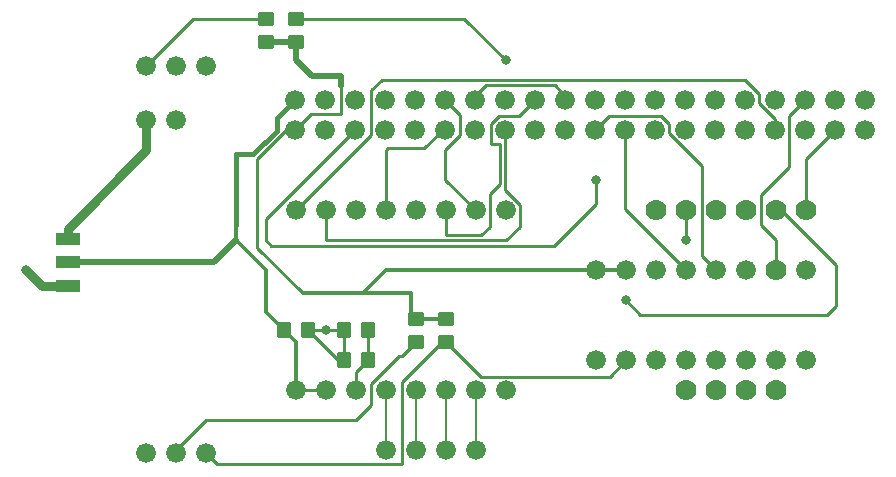
<source format=gbr>
%TF.GenerationSoftware,KiCad,Pcbnew,(6.0.7-1)-1*%
%TF.CreationDate,2022-09-05T19:59:37-07:00*%
%TF.ProjectId,KamiPCBv2,4b616d69-5043-4427-9632-2e6b69636164,rev?*%
%TF.SameCoordinates,Original*%
%TF.FileFunction,Copper,L1,Top*%
%TF.FilePolarity,Positive*%
%FSLAX46Y46*%
G04 Gerber Fmt 4.6, Leading zero omitted, Abs format (unit mm)*
G04 Created by KiCad (PCBNEW (6.0.7-1)-1) date 2022-09-05 19:59:37*
%MOMM*%
%LPD*%
G01*
G04 APERTURE LIST*
G04 Aperture macros list*
%AMRoundRect*
0 Rectangle with rounded corners*
0 $1 Rounding radius*
0 $2 $3 $4 $5 $6 $7 $8 $9 X,Y pos of 4 corners*
0 Add a 4 corners polygon primitive as box body*
4,1,4,$2,$3,$4,$5,$6,$7,$8,$9,$2,$3,0*
0 Add four circle primitives for the rounded corners*
1,1,$1+$1,$2,$3*
1,1,$1+$1,$4,$5*
1,1,$1+$1,$6,$7*
1,1,$1+$1,$8,$9*
0 Add four rect primitives between the rounded corners*
20,1,$1+$1,$2,$3,$4,$5,0*
20,1,$1+$1,$4,$5,$6,$7,0*
20,1,$1+$1,$6,$7,$8,$9,0*
20,1,$1+$1,$8,$9,$2,$3,0*%
G04 Aperture macros list end*
%TA.AperFunction,SMDPad,CuDef*%
%ADD10R,2.000000X1.000000*%
%TD*%
%TA.AperFunction,ComponentPad*%
%ADD11C,1.778000*%
%TD*%
%TA.AperFunction,ComponentPad*%
%ADD12C,1.676400*%
%TD*%
%TA.AperFunction,SMDPad,CuDef*%
%ADD13RoundRect,0.250000X-0.350000X-0.450000X0.350000X-0.450000X0.350000X0.450000X-0.350000X0.450000X0*%
%TD*%
%TA.AperFunction,SMDPad,CuDef*%
%ADD14RoundRect,0.250000X-0.450000X0.350000X-0.450000X-0.350000X0.450000X-0.350000X0.450000X0.350000X0*%
%TD*%
%TA.AperFunction,SMDPad,CuDef*%
%ADD15RoundRect,0.250000X0.450000X-0.350000X0.450000X0.350000X-0.450000X0.350000X-0.450000X-0.350000X0*%
%TD*%
%TA.AperFunction,ViaPad*%
%ADD16C,0.800000*%
%TD*%
%TA.AperFunction,Conductor*%
%ADD17C,0.750000*%
%TD*%
%TA.AperFunction,Conductor*%
%ADD18C,0.500000*%
%TD*%
%TA.AperFunction,Conductor*%
%ADD19C,0.350000*%
%TD*%
%TA.AperFunction,Conductor*%
%ADD20C,0.406400*%
%TD*%
%TA.AperFunction,Conductor*%
%ADD21C,0.250000*%
%TD*%
%TA.AperFunction,Conductor*%
%ADD22C,0.254000*%
%TD*%
%TA.AperFunction,Conductor*%
%ADD23C,0.200000*%
%TD*%
G04 APERTURE END LIST*
D10*
%TO.P,,*%
%TO.N,CHRGR*%
X105140000Y-104000000D03*
%TO.N,Batt+*%
X105140000Y-108000000D03*
%TO.N,5.0V*%
X105140000Y-106000000D03*
%TD*%
D11*
%TO.P,,2*%
%TO.N,N/C*%
X160020000Y-116840000D03*
%TD*%
%TO.P,,4*%
%TO.N,N/C*%
X165100000Y-116840000D03*
%TD*%
D12*
%TO.P,,*%
%TO.N,CH0*%
X149860000Y-114300000D03*
%TD*%
%TO.P,,11*%
%TO.N,GPIO24*%
X137160000Y-101600000D03*
%TD*%
D13*
%TO.P,,*%
%TO.N,CH0*%
X125460000Y-111760000D03*
%TO.N,5.0V*%
X123460000Y-111760000D03*
%TD*%
D12*
%TO.P,,13*%
%TO.N,GPIO17*%
X132080000Y-101600000D03*
%TD*%
D14*
%TO.P,,*%
%TO.N,CH2*%
X124460000Y-85360000D03*
%TO.N,3.3V*%
X124460000Y-87360000D03*
%TD*%
D12*
%TO.P,,*%
%TO.N,CH1*%
X152400000Y-114300000D03*
%TD*%
%TO.P,,*%
%TO.N,3.3V*%
X149860000Y-106680000D03*
%TD*%
D11*
%TO.P,,*%
%TO.N,GPIO16*%
X165100000Y-106680000D03*
%TD*%
D12*
%TO.P,,*%
%TO.N,CH2*%
X114300000Y-89360000D03*
%TD*%
%TO.P,,*%
%TO.N,CH2*%
X154940000Y-114300000D03*
%TD*%
%TO.P,,*%
%TO.N,M2+*%
X137160000Y-116840000D03*
%TD*%
%TO.P,,CH3*%
%TO.N,N/C*%
X157480000Y-114300000D03*
%TD*%
%TO.P,,6*%
%TO.N,GND*%
X129540000Y-116840000D03*
%TD*%
%TO.P,RPI1,1*%
%TO.N,3.3V*%
X124370757Y-94773271D03*
%TO.P,RPI1,2*%
%TO.N,5.0V*%
X124370757Y-92233271D03*
%TO.P,RPI1,3*%
%TO.N,SDA*%
X126910757Y-94773271D03*
%TO.P,RPI1,4*%
%TO.N,5.0V*%
X126910757Y-92233271D03*
%TO.P,RPI1,5*%
%TO.N,SCL*%
X129450757Y-94773271D03*
%TO.P,RPI1,6*%
%TO.N,GND*%
X129450757Y-92233271D03*
%TO.P,RPI1,7*%
%TO.N,GPIO4*%
X131990757Y-94773271D03*
%TO.P,RPI1,8*%
%TO.N,TXD*%
X131990757Y-92233271D03*
%TO.P,RPI1,9*%
%TO.N,GND*%
X134530757Y-94773271D03*
%TO.P,RPI1,10*%
%TO.N,RXD*%
X134530757Y-92233271D03*
%TO.P,RPI1,11*%
%TO.N,GPIO17*%
X137070757Y-94773271D03*
%TO.P,RPI1,12*%
%TO.N,GPIO18*%
X137070757Y-92233271D03*
%TO.P,RPI1,13*%
%TO.N,GPIO27*%
X139610757Y-94773271D03*
%TO.P,RPI1,14*%
%TO.N,GND*%
X139610757Y-92233271D03*
%TO.P,RPI1,15*%
%TO.N,GPIO22*%
X142150757Y-94773271D03*
%TO.P,RPI1,16*%
%TO.N,GPIO23*%
X142150757Y-92233271D03*
%TO.P,RPI1,17*%
%TO.N,3.3V*%
X144690757Y-94773271D03*
%TO.P,RPI1,18*%
%TO.N,GPIO24*%
X144690757Y-92233271D03*
%TO.P,RPI1,19*%
%TO.N,SPI_MOSI*%
X147230757Y-94773271D03*
%TO.P,RPI1,20*%
%TO.N,GND*%
X147230757Y-92233271D03*
%TO.P,RPI1,21*%
%TO.N,SPI_MISO*%
X149770757Y-94773271D03*
%TO.P,RPI1,22*%
%TO.N,GPIO25*%
X149770757Y-92233271D03*
%TO.P,RPI1,23*%
%TO.N,SPI_SCLK*%
X152310757Y-94773271D03*
%TO.P,RPI1,24*%
%TO.N,SPI_CE0*%
X152310757Y-92233271D03*
%TO.P,RPI1,25*%
%TO.N,GND*%
X154850757Y-94773271D03*
%TO.P,RPI1,26*%
%TO.N,SPI_CE1*%
X154850757Y-92233271D03*
%TO.P,RPI1,27*%
%TO.N,EEDATA*%
X157390757Y-94773271D03*
%TO.P,RPI1,28*%
%TO.N,EECLK*%
X157390757Y-92233271D03*
%TO.P,RPI1,29*%
%TO.N,GPIO5*%
X159930757Y-94773271D03*
%TO.P,RPI1,30*%
%TO.N,GND*%
X159930757Y-92233271D03*
%TO.P,RPI1,31*%
%TO.N,GPIO6*%
X162470757Y-94773271D03*
%TO.P,RPI1,32*%
%TO.N,GPIO12*%
X162470757Y-92233271D03*
%TO.P,RPI1,33*%
%TO.N,GPIO13*%
X165010757Y-94773271D03*
%TO.P,RPI1,34*%
%TO.N,GND*%
X165010757Y-92233271D03*
%TO.P,RPI1,35*%
%TO.N,GPIO19*%
X167550757Y-94773271D03*
%TO.P,RPI1,36*%
%TO.N,GPIO16*%
X167550757Y-92233271D03*
%TO.P,RPI1,37*%
%TO.N,GPIO26*%
X170090757Y-94773271D03*
%TO.P,RPI1,38*%
%TO.N,GPIO20*%
X170090757Y-92233271D03*
%TO.P,RPI1,39*%
%TO.N,GND*%
X172630757Y-94773271D03*
%TO.P,RPI1,40*%
%TO.N,GPIO21*%
X172630757Y-92233271D03*
%TD*%
%TO.P,,*%
%TO.N,M2+*%
X137160000Y-121920000D03*
%TD*%
%TO.P,,*%
%TO.N,M1-*%
X134620000Y-121920000D03*
%TD*%
%TO.P,,15*%
%TO.N,GPIO22*%
X127000000Y-101600000D03*
%TD*%
%TO.P,,8*%
%TO.N,5.0V*%
X124460000Y-116840000D03*
%TD*%
%TO.P,,14*%
%TO.N,GPIO27*%
X129540000Y-101600000D03*
%TD*%
%TO.P,,*%
%TO.N,GND*%
X167640000Y-106680000D03*
%TD*%
%TO.P,,*%
%TO.N,AN2*%
X111760000Y-89360000D03*
%TD*%
%TO.P,,*%
%TO.N,GND*%
X154940000Y-106680000D03*
%TD*%
D13*
%TO.P,,*%
%TO.N,CH0*%
X128540000Y-111760000D03*
%TO.N,GND*%
X130540000Y-111760000D03*
%TD*%
D15*
%TO.P,,*%
%TO.N,AN1*%
X134620000Y-112760000D03*
%TO.N,3.3V*%
X134620000Y-110760000D03*
%TD*%
D12*
%TO.P,,*%
%TO.N,M2-*%
X139700000Y-121920000D03*
%TD*%
%TO.P,,*%
%TO.N,CHRGR*%
X111760000Y-93980000D03*
%TD*%
%TO.P,,10*%
%TO.N,GPIO18*%
X139700000Y-101600000D03*
%TD*%
%TO.P,,16*%
%TO.N,GPIO13*%
X124460000Y-101600000D03*
%TD*%
%TO.P,,CH6*%
%TO.N,N/C*%
X165100000Y-114300000D03*
%TD*%
%TO.P,,*%
%TO.N,SPI_MISO*%
X160020000Y-106680000D03*
%TD*%
%TO.P,,*%
%TO.N,AN1*%
X114300000Y-122180029D03*
%TD*%
%TO.P,,*%
%TO.N,GND*%
X111760000Y-122180029D03*
%TD*%
%TO.P,,*%
%TO.N,3.3V*%
X152400000Y-106680000D03*
%TD*%
%TO.P,,CH4*%
%TO.N,N/C*%
X160020000Y-114300000D03*
%TD*%
%TO.P,,*%
%TO.N,M2-*%
X139700000Y-116840000D03*
%TD*%
%TO.P,,CH7*%
%TO.N,N/C*%
X167640000Y-114300000D03*
%TD*%
%TO.P,,*%
%TO.N,M1-*%
X134620000Y-116840000D03*
%TD*%
%TO.P,,*%
%TO.N,SPI_MOSI*%
X162560000Y-106680000D03*
%TD*%
%TO.P,,9*%
%TO.N,GND*%
X142240000Y-101600000D03*
%TD*%
D15*
%TO.P,,*%
%TO.N,3.3V*%
X137160000Y-110760000D03*
%TO.N,CH1*%
X137160000Y-112760000D03*
%TD*%
D11*
%TO.P,JP1,*%
%TO.N,5.0V*%
X154940000Y-101600000D03*
%TO.N,GPIO26*%
X167640000Y-101600000D03*
%TO.P,JP1,2*%
%TO.N,SDA*%
X165100000Y-101600000D03*
%TO.P,JP1,3*%
%TO.N,SCL*%
X162560000Y-101600000D03*
%TO.P,JP1,4*%
%TO.N,GND*%
X160020000Y-101600000D03*
%TO.P,JP1,5*%
%TO.N,3.3V*%
X157480000Y-101600000D03*
%TD*%
D12*
%TO.P,,1*%
%TO.N,GND*%
X142240000Y-116840000D03*
%TD*%
%TO.P,,CH5*%
%TO.N,N/C*%
X162560000Y-114300000D03*
%TD*%
D11*
%TO.P,,1*%
%TO.N,N/C*%
X157480000Y-116840000D03*
%TD*%
D12*
%TO.P,,12*%
%TO.N,GPIO23*%
X134620000Y-101600000D03*
%TD*%
D13*
%TO.P,,*%
%TO.N,CH0*%
X128540000Y-114300000D03*
%TO.N,GND*%
X130540000Y-114300000D03*
%TD*%
D12*
%TO.P,,7*%
%TO.N,5.0V*%
X127000000Y-116840000D03*
%TD*%
D11*
%TO.P,,3*%
%TO.N,N/C*%
X162560000Y-116840000D03*
%TD*%
D12*
%TO.P,,*%
%TO.N,M1+*%
X132080000Y-121920000D03*
%TD*%
%TO.P,,*%
%TO.N,M1+*%
X132080000Y-116840000D03*
%TD*%
%TO.P,,*%
%TO.N,GND*%
X116840000Y-89360000D03*
%TD*%
%TO.P,,*%
%TO.N,SPI_SCLK*%
X157480000Y-106680000D03*
%TD*%
%TO.P,,*%
%TO.N,CH1*%
X116840000Y-122180029D03*
%TD*%
%TO.P,,*%
%TO.N,GND*%
X114300000Y-93980000D03*
%TD*%
D14*
%TO.P,,*%
%TO.N,AN2*%
X121920000Y-85360000D03*
%TO.N,3.3V*%
X121920000Y-87360000D03*
%TD*%
D16*
%TO.N,SDA*%
X152400000Y-109220000D03*
%TO.N,SCL*%
X149860000Y-99060000D03*
%TO.N,3.3V*%
X157480000Y-104140000D03*
%TO.N,CH2*%
X142240000Y-88900000D03*
%TO.N,CH0*%
X127000000Y-111760000D03*
%TO.N,Batt+*%
X101600000Y-106680000D03*
%TD*%
D17*
%TO.N,Batt+*%
X105140000Y-108000000D02*
X102920000Y-108000000D01*
X102920000Y-108000000D02*
X101600000Y-106680000D01*
D18*
%TO.N,5.0V*%
X117520000Y-106000000D02*
X105140000Y-106000000D01*
D17*
%TO.N,CHRGR*%
X105140000Y-103140000D02*
X105140000Y-104000000D01*
D19*
%TO.N,5.0V*%
X121920000Y-106680000D02*
X121920000Y-110220000D01*
X119380000Y-104140000D02*
X121920000Y-106680000D01*
D18*
X117520000Y-106000000D02*
X119380000Y-104140000D01*
D20*
X122803957Y-94854820D02*
X120852306Y-96806471D01*
D19*
X124460000Y-112760000D02*
X124460000Y-116840000D01*
D20*
X119380000Y-96806471D02*
X119380000Y-102870000D01*
D19*
X123460000Y-111760000D02*
X124460000Y-112760000D01*
D20*
X122803957Y-93800071D02*
X122803957Y-94854820D01*
D21*
X127000000Y-116840000D02*
X124460000Y-116840000D01*
D20*
X124370757Y-92233271D02*
X122803957Y-93800071D01*
X120852306Y-96806471D02*
X119380000Y-96806471D01*
D19*
X119380000Y-104140000D02*
X119380000Y-102870000D01*
X121920000Y-110220000D02*
X123460000Y-111760000D01*
D21*
%TO.N,SDA*%
X170180000Y-109666856D02*
X170180000Y-106233144D01*
X153614000Y-110434000D02*
X169412856Y-110434000D01*
X170180000Y-106233144D02*
X165546856Y-101600000D01*
X165546856Y-101600000D02*
X165100000Y-101600000D01*
X169412856Y-110434000D02*
X170180000Y-109666856D01*
X152400000Y-109220000D02*
X153614000Y-110434000D01*
%TO.N,SCL*%
X121920000Y-104140000D02*
X122372000Y-104592000D01*
X129450757Y-94773271D02*
X121920000Y-102304028D01*
X122372000Y-104592000D02*
X146328757Y-104592000D01*
X149860000Y-101060757D02*
X149860000Y-99060000D01*
X121920000Y-102304028D02*
X121920000Y-104140000D01*
X146328757Y-104592000D02*
X149860000Y-101060757D01*
D22*
%TO.N,GPIO17*%
X135304757Y-96338271D02*
X136869757Y-94773271D01*
X132077514Y-96517514D02*
X132080000Y-96520000D01*
X132080000Y-96520000D02*
X132080000Y-101600000D01*
X132077514Y-96517514D02*
X132256757Y-96338271D01*
X136869757Y-94773271D02*
X137070757Y-94773271D01*
X132256757Y-96338271D02*
X135304757Y-96338271D01*
%TO.N,GPIO22*%
X127000000Y-104140000D02*
X142240000Y-104140000D01*
X142150757Y-99858389D02*
X142150757Y-94773271D01*
X127000000Y-101600000D02*
X127000000Y-104140000D01*
X142240000Y-104140000D02*
X143408400Y-102971600D01*
X143408400Y-101116032D02*
X142150757Y-99858389D01*
X143408400Y-102971600D02*
X143408400Y-101116032D01*
D21*
%TO.N,SPI_MISO*%
X158806000Y-97846000D02*
X156013957Y-95053957D01*
X155332571Y-93610071D02*
X150933957Y-93610071D01*
X158806000Y-105466000D02*
X158806000Y-97846000D01*
X156013957Y-94291457D02*
X155332571Y-93610071D01*
X150933957Y-93610071D02*
X149770757Y-94773271D01*
X160020000Y-106680000D02*
X158806000Y-105466000D01*
X156013957Y-95053957D02*
X156013957Y-94291457D01*
%TO.N,SPI_SCLK*%
X152310757Y-101510757D02*
X157480000Y-106680000D01*
X152310757Y-94773271D02*
X152310757Y-101510757D01*
D22*
%TO.N,GPIO13*%
X162436925Y-90547071D02*
X131715286Y-90547071D01*
X130822357Y-91440000D02*
X130822357Y-95237643D01*
X165010757Y-94773271D02*
X165010757Y-93890757D01*
X163639157Y-91749303D02*
X162436925Y-90547071D01*
X130822357Y-95237643D02*
X124460000Y-101600000D01*
X163639157Y-92519157D02*
X163639157Y-91749303D01*
X165010757Y-93890757D02*
X163639157Y-92519157D01*
X131715286Y-90547071D02*
X130822357Y-91440000D01*
D21*
%TO.N,GPIO26*%
X167640000Y-97224028D02*
X167640000Y-101600000D01*
X170090757Y-94773271D02*
X167640000Y-97224028D01*
D19*
%TO.N,3.3V*%
X134217500Y-110357500D02*
X134620000Y-110760000D01*
D21*
X125747557Y-93396471D02*
X128223934Y-93396471D01*
X124370757Y-94773271D02*
X123632494Y-94773271D01*
D19*
X134620000Y-110760000D02*
X137160000Y-110760000D01*
D21*
X123632494Y-94773271D02*
X121169441Y-97236324D01*
X124370757Y-94773271D02*
X125747557Y-93396471D01*
D18*
X125776066Y-90216066D02*
X128223934Y-90216066D01*
D19*
X134217500Y-108622500D02*
X134217500Y-110357500D01*
X125033752Y-108622500D02*
X130137500Y-108622500D01*
D18*
X125776066Y-90216066D02*
X124460000Y-88900000D01*
D19*
X149860000Y-106680000D02*
X152400000Y-106680000D01*
D21*
X128223934Y-93396471D02*
X128223934Y-91070071D01*
D18*
X124460000Y-88900000D02*
X124460000Y-87360000D01*
D22*
X157480000Y-104140000D02*
X157480000Y-101600000D01*
D19*
X130137500Y-108622500D02*
X134217500Y-108622500D01*
D21*
X121169441Y-97236324D02*
X121169441Y-104758189D01*
D19*
X130137500Y-108622500D02*
X132080000Y-106680000D01*
D18*
X128223934Y-90216066D02*
X128223934Y-91070071D01*
D21*
X121169441Y-104758189D02*
X125033752Y-108622500D01*
D19*
X132080000Y-106680000D02*
X149860000Y-106680000D01*
D18*
X124460000Y-87360000D02*
X121920000Y-87360000D01*
D21*
%TO.N,GND*%
X129540000Y-115300000D02*
X129540000Y-116840000D01*
D22*
X146353757Y-91004271D02*
X147230757Y-91881271D01*
X147230757Y-91881271D02*
X147230757Y-92233271D01*
D21*
X130540000Y-114300000D02*
X129540000Y-115300000D01*
D22*
X139610757Y-91905271D02*
X140511757Y-91004271D01*
X140511757Y-91004271D02*
X146353757Y-91004271D01*
X139610757Y-92233271D02*
X139610757Y-91905271D01*
D21*
X130540000Y-111760000D02*
X130540000Y-114300000D01*
D22*
%TO.N,GPIO18*%
X139700000Y-101600000D02*
X137082757Y-98982757D01*
X138352757Y-95195271D02*
X138352757Y-93515271D01*
X137082757Y-98982757D02*
X137082757Y-96465271D01*
X137082757Y-96465271D02*
X138352757Y-95195271D01*
X138352757Y-93515271D02*
X137070757Y-92233271D01*
%TO.N,GPIO24*%
X141693557Y-99403243D02*
X140868400Y-100228400D01*
X137160000Y-103682800D02*
X137160000Y-101600000D01*
X140952917Y-95971111D02*
X141691111Y-95971111D01*
X143348597Y-93575431D02*
X141654595Y-93575431D01*
X137160000Y-103682800D02*
X140157200Y-103682800D01*
X140952917Y-94277109D02*
X140952917Y-95971111D01*
X140868400Y-100228400D02*
X140868400Y-102971600D01*
X141693557Y-95973557D02*
X141693557Y-99403243D01*
X141691111Y-95971111D02*
X141693557Y-95973557D01*
X140868400Y-102971600D02*
X140157200Y-103682800D01*
X141654595Y-93575431D02*
X140952917Y-94277109D01*
X144690757Y-92233271D02*
X143348597Y-93575431D01*
D21*
%TO.N,GPIO16*%
X166205768Y-93578260D02*
X166205768Y-97962788D01*
X166205768Y-97962788D02*
X163834278Y-100334278D01*
X167550757Y-92233271D02*
X166205768Y-93578260D01*
X163834278Y-100334278D02*
X163834278Y-102874278D01*
X165100000Y-104140000D02*
X165100000Y-106680000D01*
X163834278Y-102874278D02*
X165100000Y-104140000D01*
%TO.N,AN1*%
X133456800Y-113923200D02*
X133206798Y-113923200D01*
X130814278Y-118105722D02*
X129540000Y-119380000D01*
X133206798Y-113923200D02*
X130814278Y-116315720D01*
X130814278Y-116315720D02*
X130814278Y-118105722D01*
X134620000Y-112760000D02*
X133456800Y-113923200D01*
X116840000Y-119380000D02*
X114300000Y-121920000D01*
X129540000Y-119380000D02*
X116840000Y-119380000D01*
%TO.N,AN2*%
X121920000Y-85360000D02*
X115760000Y-85360000D01*
X115760000Y-85360000D02*
X111760000Y-89360000D01*
%TO.N,CH1*%
X151023200Y-115676800D02*
X152400000Y-114300000D01*
X137160000Y-112760000D02*
X136841386Y-112760000D01*
X133456800Y-116144586D02*
X133456800Y-123083200D01*
X136841386Y-112760000D02*
X133456800Y-116144586D01*
X140076800Y-115676800D02*
X151023200Y-115676800D01*
X117743171Y-123083200D02*
X116840000Y-122180029D01*
X137160000Y-112760000D02*
X140076800Y-115676800D01*
X133456800Y-123083200D02*
X117743171Y-123083200D01*
%TO.N,CH2*%
X138700000Y-85360000D02*
X142240000Y-88900000D01*
X124460000Y-85360000D02*
X138700000Y-85360000D01*
%TO.N,CH0*%
X128540000Y-114300000D02*
X128540000Y-111760000D01*
X125460000Y-111760000D02*
X128000000Y-114300000D01*
X128000000Y-114300000D02*
X128540000Y-114300000D01*
X127000000Y-111760000D02*
X128540000Y-111760000D01*
X127000000Y-111760000D02*
X125460000Y-111760000D01*
D17*
%TO.N,CHRGR*%
X111760000Y-93980000D02*
X111760000Y-96520000D01*
X111760000Y-96520000D02*
X105140000Y-103140000D01*
D23*
%TO.N,M1+*%
X132080000Y-121920000D02*
X132080000Y-116840000D01*
%TO.N,M1-*%
X134620000Y-121920000D02*
X134620000Y-116840000D01*
%TO.N,M2+*%
X137160000Y-121920000D02*
X137160000Y-116840000D01*
%TO.N,M2-*%
X139700000Y-121920000D02*
X139700000Y-116840000D01*
%TD*%
M02*

</source>
